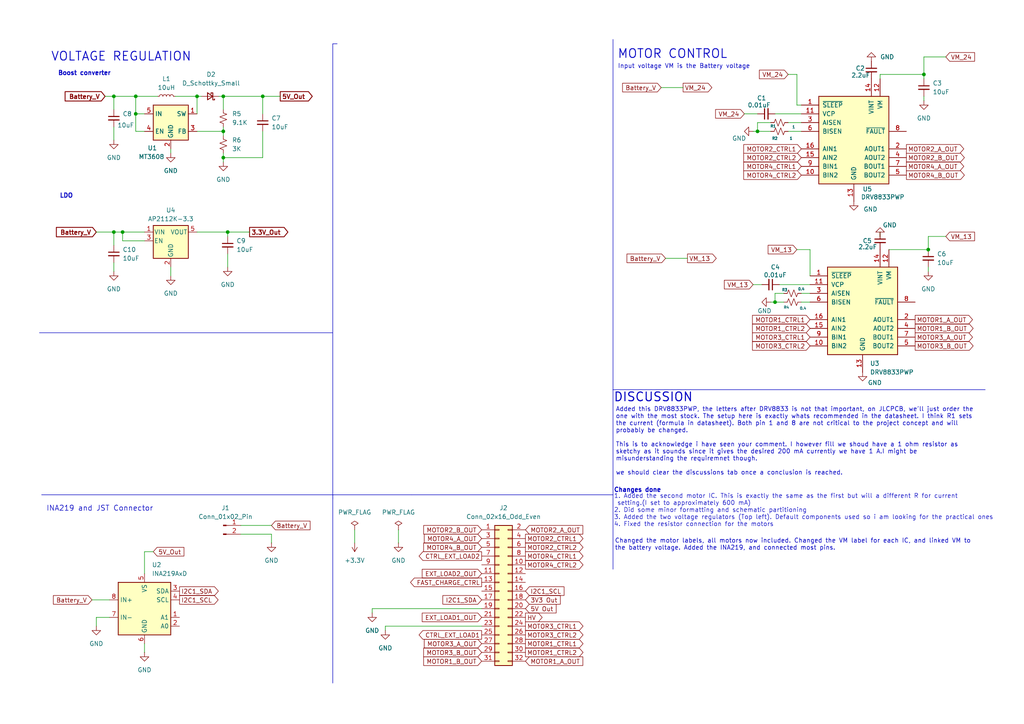
<source format=kicad_sch>
(kicad_sch (version 20250114) (generator "eeschema") (generator_version "9.0")
  (paper "A4")
  (title_block (title "EEE3088F PCB Circuit") (date "2025-03-23") (rev "v1.0") (company "University of Cape Town"))
  (lib_symbols
    (symbol "Connector:Conn_01x02_Pin" (pin_names (offset 1.016) (hide yes))
      (property "Reference" "J" (at 0 2.54 0))
      (property "Value" "Conn_01x02_Pin" (at 0 -5.08 0))
      (symbol "Conn_01x02_Pin_1_1"
        (rectangle (start 0.8636 0.127) (end 0 -0.127) (stroke (width 0.1524)) (fill (type outline)))
        (rectangle (start 0.8636 -2.413) (end 0 -2.667) (stroke (width 0.1524)) (fill (type outline)))
        (polyline (pts (xy 1.27 0) (xy 0.8636 0)) (stroke (width 0.1524)))
        (polyline (pts (xy 1.27 -2.54) (xy 0.8636 -2.54)) (stroke (width 0.1524)))
        (pin passive line (at 5.08 0 180) (length 3.81) (name "Pin_1") (number "1"))
        (pin passive line (at 5.08 -2.54 180) (length 3.81) (name "Pin_2") (number "2"))
      )
    )
    (symbol "Connector_Generic:Conn_02x16_Odd_Even" (pin_names (offset 1.016) (hide yes))
      (property "Reference" "J" (at 1.27 20.32 0))
      (property "Value" "Conn_02x16_Odd_Even" (at 1.27 -22.86 0))
      (symbol "Conn_02x16_Odd_Even_1_1"
        (rectangle (start -1.27 19.05) (end 3.81 -21.59) (stroke (width 0.254)) (fill (type background)))
        (rectangle (start -1.27 17.907) (end 0 17.653) (stroke (width 0.1524)))
        (rectangle (start -1.27 15.367) (end 0 15.113) (stroke (width 0.1524)))
        (rectangle (start -1.27 12.827) (end 0 12.573) (stroke (width 0.1524)))
        (rectangle (start -1.27 10.287) (end 0 10.033) (stroke (width 0.1524)))
        (rectangle (start -1.27 7.747) (end 0 7.493) (stroke (width 0.1524)))
        (rectangle (start -1.27 5.207) (end 0 4.953) (stroke (width 0.1524)))
        (rectangle (start -1.27 2.667) (end 0 2.413) (stroke (width 0.1524)))
        (rectangle (start -1.27 0.127) (end 0 -0.127) (stroke (width 0.1524)))
        (rectangle (start -1.27 -2.413) (end 0 -2.667) (stroke (width 0.1524)))
        (rectangle (start -1.27 -4.953) (end 0 -5.207) (stroke (width 0.1524)))
        (rectangle (start -1.27 -7.493) (end 0 -7.747) (stroke (width 0.1524)))
        (rectangle (start -1.27 -10.033) (end 0 -10.287) (stroke (width 0.1524)))
        (rectangle (start -1.27 -12.573) (end 0 -12.827) (stroke (width 0.1524)))
        (rectangle (start -1.27 -15.113) (end 0 -15.367) (stroke (width 0.1524)))
        (rectangle (start -1.27 -17.653) (end 0 -17.907) (stroke (width 0.1524)))
        (rectangle (start -1.27 -20.193) (end 0 -20.447) (stroke (width 0.1524)))
        (rectangle (start 3.81 17.907) (end 2.54 17.653) (stroke (width 0.1524)))
        (rectangle (start 3.81 15.367) (end 2.54 15.113) (stroke (width 0.1524)))
        (rectangle (start 3.81 12.827) (end 2.54 12.573) (stroke (width 0.1524)))
        (rectangle (start 3.81 10.287) (end 2.54 10.033) (stroke (width 0.1524)))
        (rectangle (start 3.81 7.747) (end 2.54 7.493) (stroke (width 0.1524)))
        (rectangle (start 3.81 5.207) (end 2.54 4.953) (stroke (width 0.1524)))
        (rectangle (start 3.81 2.667) (end 2.54 2.413) (stroke (width 0.1524)))
        (rectangle (start 3.81 0.127) (end 2.54 -0.127) (stroke (width 0.1524)))
        (rectangle (start 3.81 -2.413) (end 2.54 -2.667) (stroke (width 0.1524)))
        (rectangle (start 3.81 -4.953) (end 2.54 -5.207) (stroke (width 0.1524)))
        (rectangle (start 3.81 -7.493) (end 2.54 -7.747) (stroke (width 0.1524)))
        (rectangle (start 3.81 -10.033) (end 2.54 -10.287) (stroke (width 0.1524)))
        (rectangle (start 3.81 -12.573) (end 2.54 -12.827) (stroke (width 0.1524)))
        (rectangle (start 3.81 -15.113) (end 2.54 -15.367) (stroke (width 0.1524)))
        (rectangle (start 3.81 -17.653) (end 2.54 -17.907) (stroke (width 0.1524)))
        (rectangle (start 3.81 -20.193) (end 2.54 -20.447) (stroke (width 0.1524)))
        (pin passive line (at -5.08 17.78 0) (length 3.81) (name "Pin_1") (number "1"))
        (pin passive line (at -5.08 15.24 0) (length 3.81) (name "Pin_3") (number "3"))
        (pin passive line (at -5.08 12.7 0) (length 3.81) (name "Pin_5") (number "5"))
        (pin passive line (at -5.08 10.16 0) (length 3.81) (name "Pin_7") (number "7"))
        (pin passive line (at -5.08 7.62 0) (length 3.81) (name "Pin_9") (number "9"))
        (pin passive line (at -5.08 5.08 0) (length 3.81) (name "Pin_11") (number "11"))
        (pin passive line (at -5.08 2.54 0) (length 3.81) (name "Pin_13") (number "13"))
        (pin passive line (at -5.08 0 0) (length 3.81) (name "Pin_15") (number "15"))
        (pin passive line (at -5.08 -2.54 0) (length 3.81) (name "Pin_17") (number "17"))
        (pin passive line (at -5.08 -5.08 0) (length 3.81) (name "Pin_19") (number "19"))
        (pin passive line (at -5.08 -7.62 0) (length 3.81) (name "Pin_21") (number "21"))
        (pin passive line (at -5.08 -10.16 0) (length 3.81) (name "Pin_23") (number "23"))
        (pin passive line (at -5.08 -12.7 0) (length 3.81) (name "Pin_25") (number "25"))
        (pin passive line (at -5.08 -15.24 0) (length 3.81) (name "Pin_27") (number "27"))
        (pin passive line (at -5.08 -17.78 0) (length 3.81) (name "Pin_29") (number "29"))
        (pin passive line (at -5.08 -20.32 0) (length 3.81) (name "Pin_31") (number "31"))
        (pin passive line (at 7.62 17.78 180) (length 3.81) (name "Pin_2") (number "2"))
        (pin passive line (at 7.62 15.24 180) (length 3.81) (name "Pin_4") (number "4"))
        (pin passive line (at 7.62 12.7 180) (length 3.81) (name "Pin_6") (number "6"))
        (pin passive line (at 7.62 10.16 180) (length 3.81) (name "Pin_8") (number "8"))
        (pin passive line (at 7.62 7.62 180) (length 3.81) (name "Pin_10") (number "10"))
        (pin passive line (at 7.62 5.08 180) (length 3.81) (name "Pin_12") (number "12"))
        (pin passive line (at 7.62 2.54 180) (length 3.81) (name "Pin_14") (number "14"))
        (pin passive line (at 7.62 0 180) (length 3.81) (name "Pin_16") (number "16"))
        (pin passive line (at 7.62 -2.54 180) (length 3.81) (name "Pin_18") (number "18"))
        (pin passive line (at 7.62 -5.08 180) (length 3.81) (name "Pin_20") (number "20"))
        (pin passive line (at 7.62 -7.62 180) (length 3.81) (name "Pin_22") (number "22"))
        (pin passive line (at 7.62 -10.16 180) (length 3.81) (name "Pin_24") (number "24"))
        (pin passive line (at 7.62 -12.7 180) (length 3.81) (name "Pin_26") (number "26"))
        (pin passive line (at 7.62 -15.24 180) (length 3.81) (name "Pin_28") (number "28"))
        (pin passive line (at 7.62 -17.78 180) (length 3.81) (name "Pin_30") (number "30"))
        (pin passive line (at 7.62 -20.32 180) (length 3.81) (name "Pin_32") (number "32"))
      )
    )
    (symbol "Device:C_Small" (pin_numbers (hide yes)) (pin_names (offset 0.254) (hide yes))
      (property "Reference" "C" (at 0.254 1.778 0))
      (property "Value" "C_Small" (at 0.254 -2.032 0))
      (symbol "C_Small_0_1"
        (polyline (pts (xy -1.524 0.508) (xy 1.524 0.508)) (stroke (width 0.3048)))
        (polyline (pts (xy -1.524 -0.508) (xy 1.524 -0.508)) (stroke (width 0.3302)))
      )
      (symbol "C_Small_1_1"
        (pin passive line (at 0 2.54 270) (length 2.032) (name "~") (number "1"))
        (pin passive line (at 0 -2.54 90) (length 2.032) (name "~") (number "2"))
      )
    )
    (symbol "Device:D_Schottky_Small" (pin_numbers (hide yes)) (pin_names (offset 0.254) (hide yes))
      (property "Reference" "D" (at -1.27 2.032 0))
      (property "Value" "D_Schottky_Small" (at -7.112 -2.032 0))
      (symbol "D_Schottky_Small_0_1"
        (polyline (pts (xy -1.27 0.762) (xy -1.27 1.016) (xy -0.762 1.016) (xy -0.762 -1.016) (xy -0.254 -1.016) (xy -0.254 -0.762)) (stroke (width 0.254)))
        (polyline (pts (xy -0.762 0) (xy 0.762 0)))
        (polyline (pts (xy 0.762 -1.016) (xy -0.762 0) (xy 0.762 1.016) (xy 0.762 -1.016)) (stroke (width 0.254)))
      )
      (symbol "D_Schottky_Small_1_1"
        (pin passive line (at -2.54 0 0) (length 1.778) (name "K") (number "1"))
        (pin passive line (at 2.54 0 180) (length 1.778) (name "A") (number "2"))
      )
    )
    (symbol "Device:L_Small" (pin_numbers (hide yes)) (pin_names (offset 0.254) (hide yes))
      (property "Reference" "L" (at 0.762 1.016 0))
      (property "Value" "L_Small" (at 0.762 -1.016 0))
      (symbol "L_Small_0_1"
        (arc (start 0 2.032) (mid 0.5058 1.524) (end 0 1.016))
        (arc (start 0 1.016) (mid 0.5058 0.508) (end 0 0))
        (arc (start 0 0) (mid 0.5058 -0.508) (end 0 -1.016))
        (arc (start 0 -1.016) (mid 0.5058 -1.524) (end 0 -2.032))
      )
      (symbol "L_Small_1_1"
        (pin passive line (at 0 2.54 270) (length 0.508) (name "~") (number "1"))
        (pin passive line (at 0 -2.54 90) (length 0.508) (name "~") (number "2"))
      )
    )
    (symbol "Device:R_Small_US" (pin_numbers (hide yes)) (pin_names (offset 0.254) (hide yes))
      (property "Reference" "R" (at 0.762 0.508 0))
      (property "Value" "R_Small_US" (at 0.762 -1.016 0))
      (symbol "R_Small_US_1_1"
        (polyline (pts (xy 0 1.524) (xy 1.016 1.143) (xy 0 0.762) (xy -1.016 0.381) (xy 0 0)))
        (polyline (pts (xy 0 0) (xy 1.016 -0.381) (xy 0 -0.762) (xy -1.016 -1.143) (xy 0 -1.524)))
        (pin passive line (at 0 2.54 270) (length 1.016) (name "~") (number "1"))
        (pin passive line (at 0 -2.54 90) (length 1.016) (name "~") (number "2"))
      )
    )
    (symbol "Driver_Motor:DRV8833PWP" (pin_names (offset 1.016))
      (property "Reference" "U" (at -3.81 16.51 0))
      (property "Value" "DRV8833PWP" (at -3.81 13.97 0))
      (symbol "DRV8833PWP_0_1"
        (rectangle (start -10.16 12.7) (end 10.16 -12.7) (stroke (width 0.254)) (fill (type background)))
      )
      (symbol "DRV8833PWP_1_1"
        (pin input line (at -15.24 10.16 0) (length 5.08) (name "~{SLEEP}") (number "1"))
        (pin bidirectional line (at -15.24 7.62 0) (length 5.08) (name "VCP") (number "11"))
        (pin bidirectional line (at -15.24 5.08 0) (length 5.08) (name "AISEN") (number "3"))
        (pin bidirectional line (at -15.24 2.54 0) (length 5.08) (name "BISEN") (number "6"))
        (pin input line (at -15.24 -2.54 0) (length 5.08) (name "AIN1") (number "16"))
        (pin input line (at -15.24 -5.08 0) (length 5.08) (name "AIN2") (number "15"))
        (pin input line (at -15.24 -7.62 0) (length 5.08) (name "BIN1") (number "9"))
        (pin input line (at -15.24 -10.16 0) (length 5.08) (name "BIN2") (number "10"))
        (pin power_in line (at 0 -17.78 90) (length 5.08) (name "GND") (number "13"))
        (pin passive line (at 0 -17.78 90) (length 5.08) (hide yes) (name "GND") (number "17"))
        (pin power_in line (at 5.08 17.78 270) (length 5.08) (name "VINT") (number "14"))
        (pin power_in line (at 7.62 17.78 270) (length 5.08) (name "VM") (number "12"))
        (pin open_collector line (at 15.24 2.54 180) (length 5.08) (name "~{FAULT}") (number "8"))
        (pin power_out line (at 15.24 -2.54 180) (length 5.08) (name "AOUT1") (number "2"))
        (pin power_out line (at 15.24 -5.08 180) (length 5.08) (name "AOUT2") (number "4"))
        (pin power_out line (at 15.24 -7.62 180) (length 5.08) (name "BOUT1") (number "7"))
        (pin power_out line (at 15.24 -10.16 180) (length 5.08) (name "BOUT2") (number "5"))
      )
    )
    (symbol "Regulator_Linear:AP2112K-3.3" (pin_names (offset 0.254))
      (property "Reference" "U" (at -5.08 5.715 0))
      (property "Value" "AP2112K-3.3" (at 0 5.715 0))
      (symbol "AP2112K-3.3_0_1"
        (rectangle (start -5.08 4.445) (end 5.08 -5.08) (stroke (width 0.254)) (fill (type background)))
      )
      (symbol "AP2112K-3.3_1_1"
        (pin power_in line (at -7.62 2.54 0) (length 2.54) (name "VIN") (number "1"))
        (pin input line (at -7.62 0 0) (length 2.54) (name "EN") (number "3"))
        (pin power_in line (at 0 -7.62 90) (length 2.54) (name "GND") (number "2"))
        (pin no_connect line (at 5.08 0 180) (length 2.54) (hide yes) (name "NC") (number "4"))
        (pin power_out line (at 7.62 2.54 180) (length 2.54) (name "VOUT") (number "5"))
      )
    )
    (symbol "Regulator_Switching:MT3608"
      (property "Reference" "U" (at -2.54 8.89 0))
      (property "Value" "MT3608" (at -3.81 6.35 0))
      (symbol "MT3608_0_1"
        (rectangle (start -5.08 5.08) (end 5.08 -5.08) (stroke (width 0.254)) (fill (type background)))
      )
      (symbol "MT3608_1_1"
        (pin power_in line (at -7.62 2.54 0) (length 2.54) (name "IN") (number "5"))
        (pin input line (at -7.62 -2.54 0) (length 2.54) (name "EN") (number "4"))
        (pin power_in line (at 0 -7.62 90) (length 2.54) (name "GND") (number "2"))
        (pin no_connect line (at 5.08 0 180) (length 2.54) (hide yes) (name "NC") (number "6"))
        (pin passive line (at 7.62 2.54 180) (length 2.54) (name "SW") (number "1"))
        (pin input line (at 7.62 -2.54 180) (length 2.54) (name "FB") (number "3"))
      )
    )
    (symbol "Sensor_Energy:INA219AxD"
      (property "Reference" "U" (at -6.35 8.89 0))
      (property "Value" "INA219AxD" (at 5.08 8.89 0))
      (symbol "INA219AxD_0_1"
        (rectangle (start -7.62 7.62) (end 7.62 -7.62) (stroke (width 0.254)) (fill (type background)))
      )
      (symbol "INA219AxD_1_1"
        (pin input line (at -10.16 2.54 0) (length 2.54) (name "IN+") (number "8"))
        (pin input line (at -10.16 -2.54 0) (length 2.54) (name "IN-") (number "7"))
        (pin power_in line (at 0 10.16 270) (length 2.54) (name "VS") (number "5"))
        (pin power_in line (at 0 -10.16 90) (length 2.54) (name "GND") (number "6"))
        (pin bidirectional line (at 10.16 5.08 180) (length 2.54) (name "SDA") (number "3"))
        (pin input line (at 10.16 2.54 180) (length 2.54) (name "SCL") (number "4"))
        (pin input line (at 10.16 -2.54 180) (length 2.54) (name "A1") (number "1"))
        (pin input line (at 10.16 -5.08 180) (length 2.54) (name "A0") (number "2"))
      )
    )
    (symbol "power:+3.3V" (power) (pin_numbers (hide yes)) (pin_names (offset 0) (hide yes))
      (property "Value" "+3.3V" (at 0 3.556 0))
      (symbol "+3.3V_0_1"
        (polyline (pts (xy -0.762 1.27) (xy 0 2.54)))
        (polyline (pts (xy 0 2.54) (xy 0.762 1.27)))
        (polyline (pts (xy 0 0) (xy 0 2.54)))
      )
      (symbol "+3.3V_1_1"
        (pin power_in line (at 0 0 90) (length 0) (name "~") (number "1"))
      )
    )
    (symbol "power:GND" (power) (pin_numbers (hide yes)) (pin_names (offset 0) (hide yes))
      (property "Value" "GND" (at 0 -3.81 0))
      (symbol "GND_0_1"
        (polyline (pts (xy 0 0) (xy 0 -1.27) (xy 1.27 -1.27) (xy 0 -2.54) (xy -1.27 -1.27) (xy 0 -1.27)))
      )
      (symbol "GND_1_1"
        (pin power_in line (at 0 0 270) (length 0) (name "~") (number "1"))
      )
    )
    (symbol "power:PWR_FLAG" (power) (pin_numbers (hide yes)) (pin_names (offset 0) (hide yes))
      (property "Value" "PWR_FLAG" (at 0 3.81 0))
      (symbol "PWR_FLAG_0_0"
        (pin power_out line (at 0 0 90) (length 0) (name "~") (number "1"))
      )
      (symbol "PWR_FLAG_0_1"
        (polyline (pts (xy 0 0) (xy 0 1.27) (xy -1.016 1.905) (xy 0 2.54) (xy 1.016 1.905) (xy 0 1.27)))
      )
    )
  )
  (text "INA219 and JST Connector" (at 28.956 147.574 0) (effects (font (size 1.524 1.524))))
  (text "VOLTAGE REGULATION" (at 14.732 16.51 0) (effects (font (size 2.54 2.54) (thickness 0.254) (bold yes)) (justify left)))
  (text "LDO" (at 17.272 56.896 0) (effects (font (size 1.27 1.27) (thickness 0.254) (bold yes)) (justify left)))
  (text "Added this DRV8833PWP, the letters after DRV8833 is not that important, on JLCPCB, we'll just order the \none with the most stock. The setup here is exactly whats recommended in the datasheet. I think R1 sets \nthe current (formula in datasheet). Both pin 1 and 8 are not critical to the project concept and will\nprobably be changed.\n\nThis is to acknowledge i have seen your comment. I however fill we shoud have a 1 ohm resistor as \nsketchy as it sounds since it gives the desired 200 mA currently we have 1 A.I might be \nmisunderstanding the requiremnet though.  \n\nwe should clear the discussions tab once a conclusion is reached." (exclude_from_sim yes) (at 178.562 128.016 0) (effects (font (size 1.27 1.27)) (justify left)))
  (text "DISCUSSION" (exclude_from_sim yes) (at 189.484 115.316 0) (effects (font (size 2.54 2.54) (thickness 0.3048) (bold yes))))
  (text "1. Added the second motor IC. This is exactly the same as the first but will a different R for current\n setting.(I set to approximately 600 mA)\n2. Did some minor formatting and schematic partitioning\n3. Added the two voltage regulators (Top left). Default components used so i am looking for the practical ones\n4. Fixed the resistor connection for the motors" (at 178.054 148.082 0) (effects (font (size 1.27 1.27) (thickness 0.127)) (justify left)))
  (text "Changes done" (exclude_from_sim yes) (at 184.912 142.24 0) (effects (font (size 1.27 1.27) (thickness 0.254) (bold yes))))
  (text "MOTOR CONTROL\n" (at 195.072 15.748 0) (effects (font (size 2.54 2.54) (thickness 0.254) (bold yes))))
  (text "Input voltage VM is the Battery voltage" (at 198.374 19.304 0) (effects (font (size 1.27 1.27))))
  (text "Changed the motor labels, all motors now included. Changed the VM label for each IC, and linked VM to\nthe battery voltage. Added the INA219, and connected most pins." (at 178.308 157.988 0) (effects (font (size 1.27 1.27)) (justify left)))
  (text "Boost converter" (at 16.764 21.336 0) (effects (font (size 1.27 1.27) (thickness 0.254) (bold yes)) (justify left)))
  (junction (at 269.24 72.39))
  (junction (at 267.97 21.59))
  (junction (at 224.79 87.63))
  (junction (at 33.02 27.94))
  (junction (at 35.56 67.31))
  (junction (at 64.77 27.94))
  (junction (at 76.2 27.94))
  (junction (at 33.02 67.31))
  (junction (at 64.77 38.1))
  (junction (at 39.37 27.94))
  (junction (at 66.04 67.31))
  (junction (at 219.71 38.1))
  (junction (at 64.77 45.72))
  (junction (at 39.37 33.02))
  (junction (at 57.15 27.94))
  (wire (pts (xy 228.6 38.1) (xy 232.41 38.1)))
  (wire (pts (xy 269.24 77.47) (xy 269.24 78.74)))
  (wire (pts (xy 76.2 38.1) (xy 76.2 45.72)))
  (wire (pts (xy 57.15 33.02) (xy 57.15 27.94)))
  (wire (pts (xy 269.24 68.58) (xy 269.24 72.39)))
  (wire (pts (xy 111.76 182.88) (xy 111.76 181.61)))
  (wire (pts (xy 50.8 27.94) (xy 57.15 27.94)))
  (wire (pts (xy 33.02 27.94) (xy 39.37 27.94)))
  (polyline (pts (xy 119.38 143.51) (xy 177.8 143.51)))
  (wire (pts (xy 49.53 77.47) (xy 49.53 80.01)))
  (wire (pts (xy 234.95 85.09) (xy 232.41 85.09)))
  (wire (pts (xy 49.53 44.45) (xy 49.53 43.18)))
  (wire (pts (xy 57.15 38.1) (xy 64.77 38.1)))
  (wire (pts (xy 274.32 16.51) (xy 267.97 16.51)))
  (wire (pts (xy 41.91 38.1) (xy 39.37 38.1)))
  (wire (pts (xy 257.81 72.39) (xy 269.24 72.39)))
  (wire (pts (xy 66.04 73.66) (xy 66.04 77.47)))
  (wire (pts (xy 57.15 67.31) (xy 66.04 67.31)))
  (wire (pts (xy 64.77 45.72) (xy 64.77 46.99)))
  (wire (pts (xy 64.77 38.1) (xy 64.77 39.37)))
  (wire (pts (xy 274.32 68.58) (xy 269.24 68.58)))
  (wire (pts (xy 231.14 72.39) (xy 234.95 72.39)))
  (wire (pts (xy 44.45 160.02) (xy 41.91 160.02)))
  (wire (pts (xy 255.27 21.59) (xy 255.27 22.86)))
  (wire (pts (xy 267.97 27.94) (xy 267.97 29.21)))
  (wire (pts (xy 220.98 82.55) (xy 218.44 82.55)))
  (wire (pts (xy 64.77 44.45) (xy 64.77 45.72)))
  (wire (pts (xy 39.37 33.02) (xy 41.91 33.02)))
  (wire (pts (xy 33.02 36.83) (xy 33.02 40.64)))
  (wire (pts (xy 27.94 67.31) (xy 33.02 67.31)))
  (polyline (pts (xy 96.52 143.51) (xy 96.52 198.12)))
  (wire (pts (xy 224.79 87.63) (xy 227.33 87.63)))
  (wire (pts (xy 111.76 181.61) (xy 139.7 181.61)))
  (wire (pts (xy 39.37 27.94) (xy 39.37 33.02)))
  (wire (pts (xy 226.06 82.55) (xy 234.95 82.55)))
  (wire (pts (xy 228.6 21.59) (xy 231.14 21.59)))
  (wire (pts (xy 107.95 176.53) (xy 139.7 176.53)))
  (wire (pts (xy 66.04 67.31) (xy 66.04 68.58)))
  (wire (pts (xy 223.52 35.56) (xy 219.71 35.56)))
  (wire (pts (xy 76.2 27.94) (xy 76.2 33.02)))
  (wire (pts (xy 26.67 173.99) (xy 31.75 173.99)))
  (wire (pts (xy 228.6 35.56) (xy 232.41 35.56)))
  (wire (pts (xy 267.97 21.59) (xy 267.97 22.86)))
  (wire (pts (xy 231.14 21.59) (xy 231.14 30.48)))
  (wire (pts (xy 115.57 153.67) (xy 115.57 157.48)))
  (wire (pts (xy 224.79 85.09) (xy 224.79 87.63)))
  (wire (pts (xy 35.56 67.31) (xy 41.91 67.31)))
  (wire (pts (xy 224.79 85.09) (xy 227.33 85.09)))
  (wire (pts (xy 41.91 160.02) (xy 41.91 166.37)))
  (wire (pts (xy 69.85 152.4) (xy 78.74 152.4)))
  (wire (pts (xy 267.97 16.51) (xy 267.97 21.59)))
  (polyline (pts (xy 177.8 165.1) (xy 177.8 113.03)))
  (wire (pts (xy 39.37 38.1) (xy 39.37 33.02)))
  (wire (pts (xy 219.71 35.56) (xy 219.71 38.1)))
  (polyline (pts (xy 177.8 113.03) (xy 285.75 113.03)))
  (wire (pts (xy 102.87 153.67) (xy 102.87 157.48)))
  (polyline (pts (xy 11.43 96.52) (xy 96.52 96.52)))
  (wire (pts (xy 69.85 154.94) (xy 78.74 154.94)))
  (wire (pts (xy 41.91 69.85) (xy 35.56 69.85)))
  (polyline (pts (xy 12.065 143.51) (xy 96.52 143.51)))
  (wire (pts (xy 193.04 74.93) (xy 199.39 74.93)))
  (wire (pts (xy 33.02 67.31) (xy 35.56 67.31)))
  (wire (pts (xy 107.95 177.8) (xy 107.95 176.53)))
  (polyline (pts (xy 96.52 12.7) (xy 96.52 144.78)))
  (wire (pts (xy 219.71 38.1) (xy 223.52 38.1)))
  (wire (pts (xy 64.77 27.94) (xy 76.2 27.94)))
  (wire (pts (xy 231.14 30.48) (xy 232.41 30.48)))
  (wire (pts (xy 27.94 181.61) (xy 27.94 179.07)))
  (wire (pts (xy 33.02 27.94) (xy 33.02 31.75)))
  (wire (pts (xy 81.28 27.94) (xy 76.2 27.94)))
  (wire (pts (xy 57.15 27.94) (xy 58.42 27.94)))
  (wire (pts (xy 64.77 45.72) (xy 76.2 45.72)))
  (wire (pts (xy 39.37 27.94) (xy 45.72 27.94)))
  (wire (pts (xy 218.44 38.1) (xy 219.71 38.1)))
  (wire (pts (xy 33.02 67.31) (xy 33.02 71.12)))
  (wire (pts (xy 63.5 27.94) (xy 64.77 27.94)))
  (wire (pts (xy 33.02 76.2) (xy 33.02 78.74)))
  (polyline (pts (xy 177.8 11.43) (xy 177.8 113.03)))
  (wire (pts (xy 64.77 36.83) (xy 64.77 38.1)))
  (wire (pts (xy 41.91 186.69) (xy 41.91 189.23)))
  (wire (pts (xy 30.48 27.94) (xy 33.02 27.94)))
  (wire (pts (xy 191.77 25.4) (xy 198.12 25.4)))
  (wire (pts (xy 35.56 69.85) (xy 35.56 67.31)))
  (wire (pts (xy 66.04 67.31) (xy 72.39 67.31)))
  (wire (pts (xy 232.41 87.63) (xy 234.95 87.63)))
  (wire (pts (xy 224.79 33.02) (xy 232.41 33.02)))
  (polyline (pts (xy 96.52 12.7) (xy 97.79 12.7)))
  (wire (pts (xy 255.27 21.59) (xy 267.97 21.59)))
  (polyline (pts (xy 119.38 143.51) (xy 96.52 143.51)))
  (wire (pts (xy 223.52 87.63) (xy 224.79 87.63)))
  (wire (pts (xy 64.77 31.75) (xy 64.77 27.94)))
  (wire (pts (xy 255.27 68.58) (xy 255.27 67.31)))
  (wire (pts (xy 215.9 33.02) (xy 219.71 33.02)))
  (wire (pts (xy 234.95 72.39) (xy 234.95 80.01)))
  (wire (pts (xy 27.94 179.07) (xy 31.75 179.07)))
  (wire (pts (xy 78.74 154.94) (xy 78.74 157.48)))
  (global_label "MOTOR2_CTRL2" (shape input) (at 232.41 45.72 180) (property "Intersheetrefs" "${INTERSHEET_REFS}" (effects (hide yes))))
  (global_label "MOTOR3_A_OUT" (shape output) (at 265.43 97.79 0) (property "Intersheetrefs" "${INTERSHEET_REFS}" (effects (hide yes))))
  (global_label "MOTOR1_A_OUT" (shape input) (at 152.4 191.77 0) (property "Intersheetrefs" "${INTERSHEET_REFS}" (effects (hide yes))))
  (global_label "MOTOR3_CTRL1" (shape output) (at 152.4 181.61 0) (property "Intersheetrefs" "${INTERSHEET_REFS}" (effects (hide yes))))
  (global_label "MOTOR4_B_OUT" (shape input) (at 139.7 158.75 180) (property "Intersheetrefs" "${INTERSHEET_REFS}" (effects (hide yes))))
  (global_label "VM_24" (shape input) (at 215.9 33.02 180) (property "Intersheetrefs" "${INTERSHEET_REFS}" (effects (hide yes))))
  (global_label "5V_Out" (shape input) (at 44.45 160.02 0) (property "Intersheetrefs" "${INTERSHEET_REFS}" (effects (hide yes))))
  (global_label "MOTOR1_CTRL1" (shape input) (at 234.95 92.71 180) (property "Intersheetrefs" "${INTERSHEET_REFS}" (effects (hide yes))))
  (global_label "VM_24" (shape input) (at 274.32 16.51 0) (property "Intersheetrefs" "${INTERSHEET_REFS}" (effects (hide yes))))
  (global_label "EXT_LOAD1_OUT" (shape input) (at 139.7 179.07 180) (property "Intersheetrefs" "${INTERSHEET_REFS}" (effects (hide yes))))
  (global_label "3V3 Out" (shape input) (at 152.4 173.99 0) (property "Intersheetrefs" "${INTERSHEET_REFS}" (effects (hide yes))))
  (global_label "MOTOR2_CTRL2" (shape output) (at 152.4 158.75 0) (property "Intersheetrefs" "${INTERSHEET_REFS}" (effects (hide yes))))
  (global_label "MOTOR4_B_OUT" (shape output) (at 262.89 50.8 0) (property "Intersheetrefs" "${INTERSHEET_REFS}" (effects (hide yes))))
  (global_label "VM_13" (shape input) (at 274.32 68.58 0) (property "Intersheetrefs" "${INTERSHEET_REFS}" (effects (hide yes))))
  (global_label "Battery_V" (shape input) (at 193.04 74.93 180) (property "Intersheetrefs" "${INTERSHEET_REFS}" (effects (hide yes))))
  (global_label "VM_13" (shape input) (at 231.14 72.39 180) (property "Intersheetrefs" "${INTERSHEET_REFS}" (effects (hide yes))))
  (global_label "MOTOR2_B_OUT" (shape input) (at 139.7 153.67 180) (property "Intersheetrefs" "${INTERSHEET_REFS}" (effects (hide yes))))
  (global_label "MOTOR3_B_OUT" (shape input) (at 139.7 189.23 180) (property "Intersheetrefs" "${INTERSHEET_REFS}" (effects (hide yes))))
  (global_label "I2C1_SCL" (shape output) (at 52.07 173.99 0) (property "Intersheetrefs" "${INTERSHEET_REFS}" (effects (hide yes))))
  (global_label "VM_24" (shape output) (at 198.12 25.4 0) (property "Intersheetrefs" "${INTERSHEET_REFS}" (effects (hide yes))))
  (global_label "VM_13" (shape input) (at 218.44 82.55 180) (property "Intersheetrefs" "${INTERSHEET_REFS}" (effects (hide yes))))
  (global_label "EXT_LOAD2_OUT" (shape input) (at 139.7 166.37 180) (property "Intersheetrefs" "${INTERSHEET_REFS}" (effects (hide yes))))
  (global_label "MOTOR4_CTRL2" (shape input) (at 232.41 50.8 180) (property "Intersheetrefs" "${INTERSHEET_REFS}" (effects (hide yes))))
  (global_label "3.3V_Out" (shape output) (at 72.39 67.31 0) (effects (font (thickness 0.254) (bold yes))) (property "Intersheetrefs" "${INTERSHEET_REFS}" (effects (hide yes))))
  (global_label "VM_13" (shape output) (at 199.39 74.93 0) (property "Intersheetrefs" "${INTERSHEET_REFS}" (effects (hide yes))))
  (global_label "VM_24" (shape input) (at 228.6 21.59 180) (property "Intersheetrefs" "${INTERSHEET_REFS}" (effects (hide yes))))
  (global_label "MOTOR1_CTRL2" (shape input) (at 234.95 95.25 180) (property "Intersheetrefs" "${INTERSHEET_REFS}" (effects (hide yes))))
  (global_label "MOTOR2_CTRL1" (shape input) (at 232.41 43.18 180) (property "Intersheetrefs" "${INTERSHEET_REFS}" (effects (hide yes))))
  (global_label "MOTOR2_B_OUT" (shape output) (at 262.89 45.72 0) (property "Intersheetrefs" "${INTERSHEET_REFS}" (effects (hide yes))))
  (global_label "MOTOR3_B_OUT" (shape output) (at 265.43 100.33 0) (property "Intersheetrefs" "${INTERSHEET_REFS}" (effects (hide yes))))
  (global_label "Battery_V" (shape input) (at 191.77 25.4 180) (property "Intersheetrefs" "${INTERSHEET_REFS}" (effects (hide yes))))
  (global_label "MOTOR1_A_OUT" (shape output) (at 265.43 92.71 0) (property "Intersheetrefs" "${INTERSHEET_REFS}" (effects (hide yes))))
  (global_label "I2C1_SDA" (shape output) (at 52.07 171.45 0) (property "Intersheetrefs" "${INTERSHEET_REFS}" (effects (hide yes))))
  (global_label "MOTOR1_CTRL1" (shape output) (at 152.4 186.69 0) (property "Intersheetrefs" "${INTERSHEET_REFS}" (effects (hide yes))))
  (global_label "Battery_V" (shape input) (at 78.74 152.4 0) (property "Intersheetrefs" "${INTERSHEET_REFS}" (effects (hide yes))))
  (global_label "MOTOR1_CTRL2" (shape output) (at 152.4 189.23 0) (property "Intersheetrefs" "${INTERSHEET_REFS}" (effects (hide yes))))
  (global_label "CTRL_EXT_LOAD2" (shape output) (at 139.7 161.29 180) (property "Intersheetrefs" "${INTERSHEET_REFS}" (effects (hide yes))))
  (global_label "MOTOR4_A_OUT" (shape output) (at 262.89 48.26 0) (property "Intersheetrefs" "${INTERSHEET_REFS}" (effects (hide yes))))
  (global_label "MOTOR4_CTRL1" (shape input) (at 232.41 48.26 180) (property "Intersheetrefs" "${INTERSHEET_REFS}" (effects (hide yes))))
  (global_label "Battery_V" (shape input) (at 30.48 27.94 180) (effects (font (thickness 0.254) (bold yes))) (property "Intersheetrefs" "${INTERSHEET_REFS}" (effects (hide yes))))
  (global_label "MOTOR3_CTRL1" (shape input) (at 234.95 97.79 180) (property "Intersheetrefs" "${INTERSHEET_REFS}" (effects (hide yes))))
  (global_label "I2C1_SDA" (shape input) (at 139.7 173.99 180) (property "Intersheetrefs" "${INTERSHEET_REFS}" (effects (hide yes))))
  (global_label "Battery_V" (shape input) (at 27.94 67.31 180) (effects (font (thickness 0.254) (bold yes))) (property "Intersheetrefs" "${INTERSHEET_REFS}" (effects (hide yes))))
  (global_label "MOTOR1_B_OUT" (shape input) (at 139.7 191.77 180) (property "Intersheetrefs" "${INTERSHEET_REFS}" (effects (hide yes))))
  (global_label "MOTOR3_CTRL2" (shape input) (at 234.95 100.33 180) (property "Intersheetrefs" "${INTERSHEET_REFS}" (effects (hide yes))))
  (global_label "CTRL_EXT_LOAD1" (shape output) (at 139.7 184.15 180) (property "Intersheetrefs" "${INTERSHEET_REFS}" (effects (hide yes))))
  (global_label "5V Out" (shape input) (at 152.4 176.53 0) (property "Intersheetrefs" "${INTERSHEET_REFS}" (effects (hide yes))))
  (global_label "I2C1_SCL" (shape input) (at 152.4 171.45 0) (property "Intersheetrefs" "${INTERSHEET_REFS}" (effects (hide yes))))
  (global_label "MOTOR4_A_OUT" (shape input) (at 139.7 156.21 180) (property "Intersheetrefs" "${INTERSHEET_REFS}" (effects (hide yes))))
  (global_label "HV" (shape output) (at 152.4 179.07 0) (property "Intersheetrefs" "${INTERSHEET_REFS}" (effects (hide yes))))
  (global_label "Battery_V" (shape input) (at 26.67 173.99 180) (property "Intersheetrefs" "${INTERSHEET_REFS}" (effects (hide yes))))
  (global_label "MOTOR2_A_OUT" (shape output) (at 262.89 43.18 0) (property "Intersheetrefs" "${INTERSHEET_REFS}" (effects (hide yes))))
  (global_label "MOTOR2_A_OUT" (shape input) (at 152.4 153.67 0) (property "Intersheetrefs" "${INTERSHEET_REFS}" (effects (hide yes))))
  (global_label "FAST_CHARGE_CTRL" (shape output) (at 139.7 168.91 180) (property "Intersheetrefs" "${INTERSHEET_REFS}" (effects (hide yes))))
  (global_label "MOTOR3_A_OUT" (shape input) (at 139.7 186.69 180) (property "Intersheetrefs" "${INTERSHEET_REFS}" (effects (hide yes))))
  (global_label "MOTOR4_CTRL2" (shape output) (at 152.4 163.83 0) (property "Intersheetrefs" "${INTERSHEET_REFS}" (effects (hide yes))))
  (global_label "5V_Out" (shape output) (at 81.28 27.94 0) (effects (font (thickness 0.254) (bold yes))) (property "Intersheetrefs" "${INTERSHEET_REFS}" (effects (hide yes))))
  (global_label "MOTOR4_CTRL1" (shape output) (at 152.4 161.29 0) (property "Intersheetrefs" "${INTERSHEET_REFS}" (effects (hide yes))))
  (global_label "MOTOR2_CTRL1" (shape output) (at 152.4 156.21 0) (property "Intersheetrefs" "${INTERSHEET_REFS}" (effects (hide yes))))
  (global_label "MOTOR1_B_OUT" (shape output) (at 265.43 95.25 0) (property "Intersheetrefs" "${INTERSHEET_REFS}" (effects (hide yes))))
  (global_label "MOTOR3_CTRL2" (shape output) (at 152.4 184.15 0) (property "Intersheetrefs" "${INTERSHEET_REFS}" (effects (hide yes))))
  (symbol (lib_id "Device:C_Small") (at 269.24 74.93 0) (unit 1)
    (property "Reference" "C6" (at 271.78 73.6662 0) (effects (justify left)))
    (property "Value" "10uF" (at 271.78 76.2062 0) (effects (justify left)))
    (property "Description" "Unpolarized capacitor, small symbol" (effects (hide yes)))
  )
  (symbol (lib_id "power:GND") (at 64.77 46.99 0) (unit 1)
    (property "Reference" "#PWR014" (effects (hide yes)))
    (property "Value" "GND" (at 64.77 52.07 0))
    (property "Description" "Power symbol creates a global label with name \"GND\" , ground" (effects (hide yes)))
  )
  (symbol (lib_id "Device:C_Small") (at 252.73 20.32 0) (unit 1)
    (property "Reference" "C2" (at 248.158 19.812 0) (effects (justify left)))
    (property "Value" "2.2uF" (at 246.888 21.844 0) (effects (justify left)))
    (property "Description" "Unpolarized capacitor, small symbol" (effects (hide yes)))
  )
  (symbol (lib_id "power:GND") (at 255.27 68.58 180) (unit 1)
    (property "Reference" "#PWR023" (effects (hide yes)))
    (property "Value" "GND" (at 258.064 65.278 0))
    (property "Description" "Power symbol creates a global label with name \"GND\" , ground" (effects (hide yes)))
  )
  (symbol (lib_id "Driver_Motor:DRV8833PWP") (at 250.19 90.17 0) (unit 1)
    (property "Reference" "U3" (at 252.3333 105.41 0) (effects (justify left)))
    (property "Value" "DRV8833PWP" (at 252.3333 107.95 0) (effects (justify left)))
    (property "Footprint" "Package_SO:HTSSOP-16-1EP_4.4x5mm_P0.65mm_EP3.4x5mm_Mask2.46x2.31mm_ThermalVias" (effects (hide yes)))
    (property "Datasheet" "http://www.ti.com/lit/ds/symlink/drv8833.pdf" (effects (hide yes)))
    (property "Description" "Dual H-Bridge Motor Driver, HTSSOP-16" (effects (hide yes)))
  )
  (symbol (lib_id "Connector:Conn_01x02_Pin") (at 64.77 152.4 0) (unit 1)
    (property "Reference" "J1" (at 65.405 147.32 0))
    (property "Value" "Conn_01x02_Pin" (at 65.405 149.86 0))
    (property "Description" "Generic connector, single row, 01x02, script generated" (effects (hide yes)))
  )
  (symbol (lib_id "power:GND") (at 111.76 182.88 0) (unit 1)
    (property "Reference" "#PWR011" (effects (hide yes)))
    (property "Value" "GND" (at 111.76 187.96 0))
    (property "Description" "Power symbol creates a global label with name \"GND\" , ground" (effects (hide yes)))
  )
  (symbol (lib_id "power:GND") (at 250.19 107.95 0) (unit 1)
    (property "Reference" "#PWR021" (effects (hide yes)))
    (property "Value" "GND" (at 253.746 110.998 0))
    (property "Description" "Power symbol creates a global label with name \"GND\" , ground" (effects (hide yes)))
  )
  (symbol (lib_id "power:GND") (at 115.57 157.48 0) (unit 1)
    (property "Reference" "#PWR012" (effects (hide yes)))
    (property "Value" "GND" (at 115.57 162.56 0))
    (property "Description" "Power symbol creates a global label with name \"GND\" , ground" (effects (hide yes)))
  )
  (symbol (lib_id "Device:C_Small") (at 222.25 33.02 90) (unit 1)
    (property "Reference" "C1" (at 222.25 28.448 90) (effects (justify left)))
    (property "Value" "0.01uF" (at 223.5262 30.48 90) (effects (justify left)))
    (property "Description" "Unpolarized capacitor, small symbol" (effects (hide yes)))
  )
  (symbol (lib_id "Connector_Generic:Conn_02x16_Odd_Even") (at 144.78 171.45 0) (unit 1)
    (property "Reference" "J2" (at 146.05 147.32 0))
    (property "Value" "Conn_02x16_Odd_Even" (at 146.05 149.86 0))
    (property "Description" "Generic connector, double row, 02x16, odd/even pin numbering scheme (row 1 odd numbers, row 2 even numbers), script generated (kicad-library-utils/schlib/autogen/connector/)" (effects (hide yes)))
  )
  (symbol (lib_id "Device:C_Small") (at 267.97 25.4 0) (unit 1)
    (property "Reference" "C3" (at 270.51 24.1362 0) (effects (justify left)))
    (property "Value" "10uF" (at 270.51 26.6762 0) (effects (justify left)))
    (property "Description" "Unpolarized capacitor, small symbol" (effects (hide yes)))
  )
  (symbol (lib_id "power:PWR_FLAG") (at 102.87 153.67 0) (unit 1)
    (property "Reference" "#FLG03" (effects (hide yes)))
    (property "Value" "PWR_FLAG" (at 102.87 148.59 0))
    (property "Description" "Special symbol for telling ERC where power comes from" (effects (hide yes)))
  )
  (symbol (lib_id "power:GND") (at 269.24 78.74 0) (unit 1)
    (property "Reference" "#PWR025" (effects (hide yes)))
    (property "Value" "GND" (at 269.24 83.82 0))
    (property "Description" "Power symbol creates a global label with name \"GND\" , ground" (effects (hide yes)))
  )
  (symbol (lib_id "power:GND") (at 27.94 181.61 0) (unit 1)
    (property "Reference" "#PWR029" (effects (hide yes)))
    (property "Value" "GND" (at 27.94 186.69 0))
    (property "Description" "Power symbol creates a global label with name \"GND\" , ground" (effects (hide yes)))
  )
  (symbol (lib_id "Device:L_Small") (at 48.26 27.94 90) (unit 1)
    (property "Reference" "L1" (at 48.26 22.86 90))
    (property "Value" "10uH" (at 48.26 25.4 90))
    (property "Description" "Inductor, small symbol" (effects (hide yes)))
  )
  (symbol (lib_id "Device:R_Small_US") (at 226.06 38.1 90) (unit 1)
    (property "Reference" "R2" (at 225.552 40.132 90) (effects (font (size 0.762 0.762)) (justify left)))
    (property "Value" "1" (at 229.87 40.132 90) (effects (font (size 0.762 0.762)) (justify left)))
    (property "Description" "Resistor, small US symbol" (effects (hide yes)))
  )
  (symbol (lib_id "Device:C_Small") (at 255.27 69.85 0) (unit 1)
    (property "Reference" "C5" (at 250.19 69.85 0) (effects (justify left)))
    (property "Value" "2.2uF" (at 248.92 71.628 0) (effects (justify left)))
    (property "Description" "Unpolarized capacitor, small symbol" (effects (hide yes)))
  )
  (symbol (lib_id "Device:C_Small") (at 33.02 73.66 0) (unit 1)
    (property "Reference" "C10" (at 35.56 72.3962 0) (effects (justify left)))
    (property "Value" "10uF" (at 35.56 74.9362 0) (effects (justify left)))
    (property "Description" "Unpolarized capacitor, small symbol" (effects (hide yes)))
  )
  (symbol (lib_id "Driver_Motor:DRV8833PWP") (at 247.65 40.64 0) (unit 1)
    (property "Reference" "U5" (at 250.19 54.864 0) (effects (justify left)))
    (property "Value" "DRV8833PWP" (at 249.682 57.15 0) (effects (justify left)))
    (property "Footprint" "Package_SO:HTSSOP-16-1EP_4.4x5mm_P0.65mm_EP3.4x5mm_Mask2.46x2.31mm_ThermalVias" (effects (hide yes)))
    (property "Datasheet" "http://www.ti.com/lit/ds/symlink/drv8833.pdf" (effects (hide yes)))
    (property "Description" "Dual H-Bridge Motor Driver, HTSSOP-16" (effects (hide yes)))
  )
  (symbol (lib_id "power:GND") (at 267.97 29.21 0) (unit 1)
    (property "Reference" "#PWR026" (effects (hide yes)))
    (property "Value" "GND" (at 267.97 34.29 0))
    (property "Description" "Power symbol creates a global label with name \"GND\" , ground" (effects (hide yes)))
  )
  (symbol (lib_id "power:GND") (at 218.44 38.1 270) (unit 1)
    (property "Reference" "#PWR019" (effects (hide yes)))
    (property "Value" "GND" (at 214.376 40.132 90))
    (property "Description" "Power symbol creates a global label with name \"GND\" , ground" (effects (hide yes)))
  )
  (symbol (lib_id "power:GND") (at 247.65 58.42 0) (unit 1)
    (property "Reference" "#PWR022" (effects (hide yes)))
    (property "Value" "GND" (at 252.476 60.706 0))
    (property "Description" "Power symbol creates a global label with name \"GND\" , ground" (effects (hide yes)))
  )
  (symbol (lib_id "power:GND") (at 78.74 157.48 0) (unit 1)
    (property "Reference" "#PWR028" (effects (hide yes)))
    (property "Value" "GND" (at 78.74 162.56 0))
    (property "Description" "Power symbol creates a global label with name \"GND\" , ground" (effects (hide yes)))
  )
  (symbol (lib_id "Device:R_Small_US") (at 229.87 87.63 90) (unit 1)
    (property "Reference" "R4" (at 228.092 89.154 90) (effects (font (size 0.762 0.762))))
    (property "Value" "0.4" (at 232.918 89.408 90) (effects (font (size 0.762 0.762))))
    (property "Description" "Resistor, small US symbol" (effects (hide yes)))
  )
  (symbol (lib_id "power:GND") (at 49.53 80.01 0) (unit 1)
    (property "Reference" "#PWR016" (effects (hide yes)))
    (property "Value" "GND" (at 49.53 85.09 0))
    (property "Description" "Power symbol creates a global label with name \"GND\" , ground" (effects (hide yes)))
  )
  (symbol (lib_id "Device:R_Small_US") (at 229.87 85.09 90) (unit 1)
    (property "Reference" "R3" (at 227.584 84.074 90) (effects (font (size 0.762 0.762))))
    (property "Value" "0.4" (at 232.41 83.82 90) (effects (font (size 0.762 0.762))))
    (property "Description" "Resistor, small US symbol" (effects (hide yes)))
  )
  (symbol (lib_id "power:PWR_FLAG") (at 115.57 153.67 0) (unit 1)
    (property "Reference" "#FLG04" (effects (hide yes)))
    (property "Value" "PWR_FLAG" (at 115.57 148.59 0))
    (property "Description" "Special symbol for telling ERC where power comes from" (effects (hide yes)))
  )
  (symbol (lib_id "Device:C_Small") (at 76.2 35.56 0) (unit 1)
    (property "Reference" "C7" (at 78.74 34.2962 0) (effects (justify left)))
    (property "Value" "10uF" (at 78.74 36.8362 0) (effects (justify left)))
    (property "Description" "Unpolarized capacitor, small symbol" (effects (hide yes)))
  )
  (symbol (lib_id "Device:C_Small") (at 33.02 34.29 0) (unit 1)
    (property "Reference" "C8" (at 35.56 33.0262 0) (effects (justify left)))
    (property "Value" "10uF" (at 34.036 36.322 0) (effects (justify left)))
    (property "Description" "Unpolarized capacitor, small symbol" (effects (hide yes)))
  )
  (symbol (lib_id "Regulator_Switching:MT3608") (at 49.53 35.56 0) (unit 1)
    (property "Reference" "U1" (at 44.196 42.926 0))
    (property "Value" "MT3608" (at 43.942 45.466 0))
    (property "Footprint" "Package_TO_SOT_SMD:SOT-23-6" (effects (hide yes)))
    (property "Datasheet" "https://www.olimex.com/Products/Breadboarding/BB-PWR-3608/resources/MT3608.pdf" (effects (hide yes)))
    (property "Description" "High Efficiency 1.2MHz 2A Step Up Converter, 2-24V Vin, 28V Vout, 4A current limit, 1.2MHz, SOT23-6" (effects (hide yes)))
  )
  (symbol (lib_id "power:GND") (at 33.02 78.74 0) (unit 1)
    (property "Reference" "#PWR017" (effects (hide yes)))
    (property "Value" "GND" (at 33.02 83.82 0))
    (property "Description" "Power symbol creates a global label with name \"GND\" , ground" (effects (hide yes)))
  )
  (symbol (lib_id "Device:D_Schottky_Small") (at 60.96 27.94 180) (unit 1)
    (property "Reference" "D2" (at 61.214 21.59 0))
    (property "Value" "D_Schottky_Small" (at 61.214 24.13 0))
    (property "Description" "Schottky diode, small symbol" (effects (hide yes)))
  )
  (symbol (lib_id "power:GND") (at 223.52 87.63 270) (unit 1)
    (property "Reference" "#PWR020" (effects (hide yes)))
    (property "Value" "GND" (at 221.742 90.17 90))
    (property "Description" "Power symbol creates a global label with name \"GND\" , ground" (effects (hide yes)))
  )
  (symbol (lib_id "Device:R_Small_US") (at 226.06 35.56 90) (unit 1)
    (property "Reference" "R1" (at 225.044 36.576 90) (effects (font (size 0.762 0.762)) (justify left)))
    (property "Value" "1" (at 230.632 36.83 90) (effects (font (size 0.762 0.762)) (justify left)))
    (property "Description" "Resistor, small US symbol" (effects (hide yes)))
  )
  (symbol (lib_id "power:GND") (at 41.91 189.23 0) (unit 1)
    (property "Reference" "#PWR027" (effects (hide yes)))
    (property "Value" "GND" (at 41.91 194.31 0))
    (property "Description" "Power symbol creates a global label with name \"GND\" , ground" (effects (hide yes)))
  )
  (symbol (lib_id "power:GND") (at 66.04 77.47 0) (unit 1)
    (property "Reference" "#PWR018" (effects (hide yes)))
    (property "Value" "GND" (at 66.04 82.55 0))
    (property "Description" "Power symbol creates a global label with name \"GND\" , ground" (effects (hide yes)))
  )
  (symbol (lib_id "Device:R_Small_US") (at 64.77 41.91 0) (unit 1)
    (property "Reference" "R6" (at 67.31 40.6399 0) (effects (justify left)))
    (property "Value" "3K" (at 67.31 43.1799 0) (effects (justify left)))
    (property "Description" "Resistor, small US symbol" (effects (hide yes)))
  )
  (symbol (lib_id "Device:R_Small_US") (at 64.77 34.29 0) (unit 1)
    (property "Reference" "R5" (at 67.31 33.0199 0) (effects (justify left)))
    (property "Value" "9.1K" (at 67.31 35.5599 0) (effects (justify left)))
    (property "Description" "Resistor, small US symbol" (effects (hide yes)))
  )
  (symbol (lib_id "power:GND") (at 107.95 177.8 0) (unit 1)
    (property "Reference" "#PWR010" (effects (hide yes)))
    (property "Value" "GND" (at 107.95 182.88 0))
    (property "Description" "Power symbol creates a global label with name \"GND\" , ground" (effects (hide yes)))
  )
  (symbol (lib_id "Sensor_Energy:INA219AxD") (at 41.91 176.53 0) (unit 1)
    (property "Reference" "U2" (at 44.0533 163.83 0) (effects (justify left)))
    (property "Value" "INA219AxD" (at 44.0533 166.37 0) (effects (justify left)))
    (property "Footprint" "Package_SO:SOIC-8_3.9x4.9mm_P1.27mm" (effects (hide yes)))
    (property "Datasheet" "http://www.ti.com/lit/ds/symlink/ina219.pdf" (effects (hide yes)))
    (property "Description" "Zero-Drift, Bidirectional Current/Power Monitor (0-26V) With I2C Interface, SOIC-8" (effects (hide yes)))
  )
  (symbol (lib_id "power:GND") (at 49.53 44.45 0) (unit 1)
    (property "Reference" "#PWR013" (effects (hide yes)))
    (property "Value" "GND" (at 49.53 49.53 0))
    (property "Description" "Power symbol creates a global label with name \"GND\" , ground" (effects (hide yes)))
  )
  (symbol (lib_id "Device:C_Small") (at 223.52 82.55 270) (unit 1)
    (property "Reference" "C4" (at 223.52 77.47 90) (effects (justify left)))
    (property "Value" "0.01uF" (at 221.488 79.756 90) (effects (justify left)))
    (property "Description" "Unpolarized capacitor, small symbol" (effects (hide yes)))
  )
  (symbol (lib_id "power:GND") (at 33.02 40.64 0) (unit 1)
    (property "Reference" "#PWR015" (effects (hide yes)))
    (property "Value" "GND" (at 33.02 45.72 0))
    (property "Description" "Power symbol creates a global label with name \"GND\" , ground" (effects (hide yes)))
  )
  (symbol (lib_id "power:+3.3V") (at 102.87 157.48 180) (unit 1)
    (property "Reference" "#PWR09" (effects (hide yes)))
    (property "Value" "+3.3V" (at 102.87 162.56 0))
    (property "Description" "Power symbol creates a global label with name \"+3.3V\"" (effects (hide yes)))
  )
  (symbol (lib_id "Device:C_Small") (at 66.04 71.12 0) (unit 1)
    (property "Reference" "C9" (at 68.58 69.8562 0) (effects (justify left)))
    (property "Value" "10uF" (at 68.58 72.3962 0) (effects (justify left)))
    (property "Description" "Unpolarized capacitor, small symbol" (effects (hide yes)))
  )
  (symbol (lib_id "Regulator_Linear:AP2112K-3.3") (at 49.53 69.85 0) (unit 1)
    (property "Reference" "U4" (at 49.53 60.96 0))
    (property "Value" "AP2112K-3.3" (at 49.53 63.5 0))
    (property "Footprint" "Package_TO_SOT_SMD:SOT-23-5" (effects (hide yes)))
    (property "Datasheet" "https://www.diodes.com/assets/Datasheets/AP2112.pdf" (effects (hide yes)))
    (property "Description" "600mA low dropout linear regulator, with enable pin, 3.8V-6V input voltage range, 3.3V fixed positive output, SOT-23-5" (effects (hide yes)))
  )
  (symbol (lib_id "power:GND") (at 252.73 17.78 180) (unit 1)
    (property "Reference" "#PWR024" (effects (hide yes)))
    (property "Value" "GND" (at 255.27 16.5099 0) (effects (justify right)))
    (property "Description" "Power symbol creates a global label with name \"GND\" , ground" (effects (hide yes)))
  )
)
</source>
